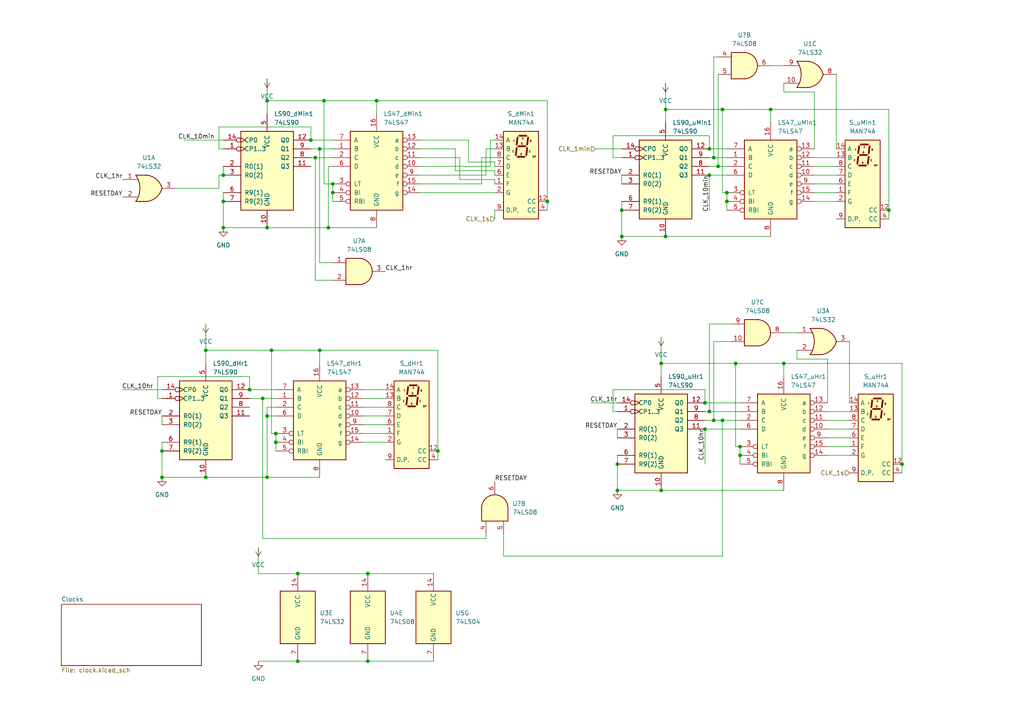
<source format=kicad_sch>
(kicad_sch (version 20211123) (generator eeschema)
  (paper "A4")
  (lib_symbols
    (symbol "74xx:74LS04"
      (property "Reference" "U" (at 0 1.27 0))
      (property "Value" "74LS04" (at 0 -1.27 0))
      (symbol "74LS04_1_0"
        (polyline (pts (xy -3.81 3.81) (xy -3.81 -3.81) (xy 3.81 0) (xy -3.81 3.81)) (stroke (width 0.254)) (fill (type background)))
        (pin input line (at -7.62 0 0) (length 3.81) (name "~") (number "1"))
        (pin output inverted (at 7.62 0 180) (length 3.81) (name "~") (number "2"))
      )
      (symbol "74LS04_2_0"
        (polyline (pts (xy -3.81 3.81) (xy -3.81 -3.81) (xy 3.81 0) (xy -3.81 3.81)) (stroke (width 0.254)) (fill (type background)))
        (pin input line (at -7.62 0 0) (length 3.81) (name "~") (number "3"))
        (pin output inverted (at 7.62 0 180) (length 3.81) (name "~") (number "4"))
      )
      (symbol "74LS04_3_0"
        (polyline (pts (xy -3.81 3.81) (xy -3.81 -3.81) (xy 3.81 0) (xy -3.81 3.81)) (stroke (width 0.254)) (fill (type background)))
        (pin input line (at -7.62 0 0) (length 3.81) (name "~") (number "5"))
        (pin output inverted (at 7.62 0 180) (length 3.81) (name "~") (number "6"))
      )
      (symbol "74LS04_4_0"
        (polyline (pts (xy -3.81 3.81) (xy -3.81 -3.81) (xy 3.81 0) (xy -3.81 3.81)) (stroke (width 0.254)) (fill (type background)))
        (pin output inverted (at 7.62 0 180) (length 3.81) (name "~") (number "8"))
        (pin input line (at -7.62 0 0) (length 3.81) (name "~") (number "9"))
      )
      (symbol "74LS04_5_0"
        (polyline (pts (xy -3.81 3.81) (xy -3.81 -3.81) (xy 3.81 0) (xy -3.81 3.81)) (stroke (width 0.254)) (fill (type background)))
        (pin output inverted (at 7.62 0 180) (length 3.81) (name "~") (number "10"))
        (pin input line (at -7.62 0 0) (length 3.81) (name "~") (number "11"))
      )
      (symbol "74LS04_6_0"
        (polyline (pts (xy -3.81 3.81) (xy -3.81 -3.81) (xy 3.81 0) (xy -3.81 3.81)) (stroke (width 0.254)) (fill (type background)))
        (pin output inverted (at 7.62 0 180) (length 3.81) (name "~") (number "12"))
        (pin input line (at -7.62 0 0) (length 3.81) (name "~") (number "13"))
      )
      (symbol "74LS04_7_0"
        (pin power_in line (at 0 12.7 270) (length 5.08) (name "VCC") (number "14"))
        (pin power_in line (at 0 -12.7 90) (length 5.08) (name "GND") (number "7"))
      )
      (symbol "74LS04_7_1"
        (rectangle (start -5.08 7.62) (end 5.08 -7.62) (stroke (width 0.254)) (fill (type background)))
      )
    )
    (symbol "74xx:74LS08" (pin_names (offset 1.016))
      (property "Reference" "U" (at 0 1.27 0))
      (property "Value" "74LS08" (at 0 -1.27 0))
      (symbol "74LS08_1_1"
        (arc (start 0 -3.81) (mid 3.81 0) (end 0 3.81) (stroke (width 0.254)) (fill (type background)))
        (polyline (pts (xy 0 3.81) (xy -3.81 3.81) (xy -3.81 -3.81) (xy 0 -3.81)) (stroke (width 0.254)) (fill (type background)))
        (pin input line (at -7.62 2.54 0) (length 3.81) (name "~") (number "1"))
        (pin input line (at -7.62 -2.54 0) (length 3.81) (name "~") (number "2"))
        (pin output line (at 7.62 0 180) (length 3.81) (name "~") (number "3"))
      )
      (symbol "74LS08_1_2"
        (arc (start -3.81 -3.81) (mid -2.589 0) (end -3.81 3.81) (stroke (width 0.254)))
        (arc (start -0.6096 -3.81) (mid 2.1842 -2.5851) (end 3.81 0) (stroke (width 0.254)) (fill (type background)))
        (polyline (pts (xy -3.81 -3.81) (xy -0.635 -3.81)) (stroke (width 0.254)) (fill (type background)))
        (polyline (pts (xy -3.81 3.81) (xy -0.635 3.81)) (stroke (width 0.254)) (fill (type background)))
        (polyline (pts (xy -0.635 3.81) (xy -3.81 3.81) (xy -3.81 3.81) (xy -3.556 3.4036) (xy -3.0226 2.2606) (xy -2.6924 1.0414) (xy -2.6162 -0.254) (xy -2.7686 -1.4986) (xy -3.175 -2.7178) (xy -3.81 -3.81) (xy -3.81 -3.81) (xy -0.635 -3.81)) (stroke (width -25.4)) (fill (type background)))
        (arc (start 3.81 0) (mid 2.1915 2.5936) (end -0.6096 3.81) (stroke (width 0.254)) (fill (type background)))
        (pin input inverted (at -7.62 2.54 0) (length 4.318) (name "~") (number "1"))
        (pin input inverted (at -7.62 -2.54 0) (length 4.318) (name "~") (number "2"))
        (pin output inverted (at 7.62 0 180) (length 3.81) (name "~") (number "3"))
      )
      (symbol "74LS08_2_1"
        (arc (start 0 -3.81) (mid 3.81 0) (end 0 3.81) (stroke (width 0.254)) (fill (type background)))
        (polyline (pts (xy 0 3.81) (xy -3.81 3.81) (xy -3.81 -3.81) (xy 0 -3.81)) (stroke (width 0.254)) (fill (type background)))
        (pin input line (at -7.62 2.54 0) (length 3.81) (name "~") (number "4"))
        (pin input line (at -7.62 -2.54 0) (length 3.81) (name "~") (number "5"))
        (pin output line (at 7.62 0 180) (length 3.81) (name "~") (number "6"))
      )
      (symbol "74LS08_2_2"
        (arc (start -3.81 -3.81) (mid -2.589 0) (end -3.81 3.81) (stroke (width 0.254)))
        (arc (start -0.6096 -3.81) (mid 2.1842 -2.5851) (end 3.81 0) (stroke (width 0.254)) (fill (type background)))
        (polyline (pts (xy -3.81 -3.81) (xy -0.635 -3.81)) (stroke (width 0.254)) (fill (type background)))
        (polyline (pts (xy -3.81 3.81) (xy -0.635 3.81)) (stroke (width 0.254)) (fill (type background)))
        (polyline (pts (xy -0.635 3.81) (xy -3.81 3.81) (xy -3.81 3.81) (xy -3.556 3.4036) (xy -3.0226 2.2606) (xy -2.6924 1.0414) (xy -2.6162 -0.254) (xy -2.7686 -1.4986) (xy -3.175 -2.7178) (xy -3.81 -3.81) (xy -3.81 -3.81) (xy -0.635 -3.81)) (stroke (width -25.4)) (fill (type background)))
        (arc (start 3.81 0) (mid 2.1915 2.5936) (end -0.6096 3.81) (stroke (width 0.254)) (fill (type background)))
        (pin input inverted (at -7.62 2.54 0) (length 4.318) (name "~") (number "4"))
        (pin input inverted (at -7.62 -2.54 0) (length 4.318) (name "~") (number "5"))
        (pin output inverted (at 7.62 0 180) (length 3.81) (name "~") (number "6"))
      )
      (symbol "74LS08_3_1"
        (arc (start 0 -3.81) (mid 3.81 0) (end 0 3.81) (stroke (width 0.254)) (fill (type background)))
        (polyline (pts (xy 0 3.81) (xy -3.81 3.81) (xy -3.81 -3.81) (xy 0 -3.81)) (stroke (width 0.254)) (fill (type background)))
        (pin input line (at -7.62 -2.54 0) (length 3.81) (name "~") (number "10"))
        (pin output line (at 7.62 0 180) (length 3.81) (name "~") (number "8"))
        (pin input line (at -7.62 2.54 0) (length 3.81) (name "~") (number "9"))
      )
      (symbol "74LS08_3_2"
        (arc (start -3.81 -3.81) (mid -2.589 0) (end -3.81 3.81) (stroke (width 0.254)))
        (arc (start -0.6096 -3.81) (mid 2.1842 -2.5851) (end 3.81 0) (stroke (width 0.254)) (fill (type background)))
        (polyline (pts (xy -3.81 -3.81) (xy -0.635 -3.81)) (stroke (width 0.254)) (fill (type background)))
        (polyline (pts (xy -3.81 3.81) (xy -0.635 3.81)) (stroke (width 0.254)) (fill (type background)))
        (polyline (pts (xy -0.635 3.81) (xy -3.81 3.81) (xy -3.81 3.81) (xy -3.556 3.4036) (xy -3.0226 2.2606) (xy -2.6924 1.0414) (xy -2.6162 -0.254) (xy -2.7686 -1.4986) (xy -3.175 -2.7178) (xy -3.81 -3.81) (xy -3.81 -3.81) (xy -0.635 -3.81)) (stroke (width -25.4)) (fill (type background)))
        (arc (start 3.81 0) (mid 2.1915 2.5936) (end -0.6096 3.81) (stroke (width 0.254)) (fill (type background)))
        (pin input inverted (at -7.62 -2.54 0) (length 4.318) (name "~") (number "10"))
        (pin output inverted (at 7.62 0 180) (length 3.81) (name "~") (number "8"))
        (pin input inverted (at -7.62 2.54 0) (length 4.318) (name "~") (number "9"))
      )
      (symbol "74LS08_4_1"
        (arc (start 0 -3.81) (mid 3.81 0) (end 0 3.81) (stroke (width 0.254)) (fill (type background)))
        (polyline (pts (xy 0 3.81) (xy -3.81 3.81) (xy -3.81 -3.81) (xy 0 -3.81)) (stroke (width 0.254)) (fill (type background)))
        (pin output line (at 7.62 0 180) (length 3.81) (name "~") (number "11"))
        (pin input line (at -7.62 2.54 0) (length 3.81) (name "~") (number "12"))
        (pin input line (at -7.62 -2.54 0) (length 3.81) (name "~") (number "13"))
      )
      (symbol "74LS08_4_2"
        (arc (start -3.81 -3.81) (mid -2.589 0) (end -3.81 3.81) (stroke (width 0.254)))
        (arc (start -0.6096 -3.81) (mid 2.1842 -2.5851) (end 3.81 0) (stroke (width 0.254)) (fill (type background)))
        (polyline (pts (xy -3.81 -3.81) (xy -0.635 -3.81)) (stroke (width 0.254)) (fill (type background)))
        (polyline (pts (xy -3.81 3.81) (xy -0.635 3.81)) (stroke (width 0.254)) (fill (type background)))
        (polyline (pts (xy -0.635 3.81) (xy -3.81 3.81) (xy -3.81 3.81) (xy -3.556 3.4036) (xy -3.0226 2.2606) (xy -2.6924 1.0414) (xy -2.6162 -0.254) (xy -2.7686 -1.4986) (xy -3.175 -2.7178) (xy -3.81 -3.81) (xy -3.81 -3.81) (xy -0.635 -3.81)) (stroke (width -25.4)) (fill (type background)))
        (arc (start 3.81 0) (mid 2.1915 2.5936) (end -0.6096 3.81) (stroke (width 0.254)) (fill (type background)))
        (pin output inverted (at 7.62 0 180) (length 3.81) (name "~") (number "11"))
        (pin input inverted (at -7.62 2.54 0) (length 4.318) (name "~") (number "12"))
        (pin input inverted (at -7.62 -2.54 0) (length 4.318) (name "~") (number "13"))
      )
      (symbol "74LS08_5_0"
        (pin power_in line (at 0 12.7 270) (length 5.08) (name "VCC") (number "14"))
        (pin power_in line (at 0 -12.7 90) (length 5.08) (name "GND") (number "7"))
      )
      (symbol "74LS08_5_1"
        (rectangle (start -5.08 7.62) (end 5.08 -7.62) (stroke (width 0.254)) (fill (type background)))
      )
    )
    (symbol "74xx:74LS32" (pin_names (offset 1.016))
      (property "Reference" "U" (at 0 1.27 0))
      (property "Value" "74LS32" (at 0 -1.27 0))
      (symbol "74LS32_1_1"
        (arc (start -3.81 -3.81) (mid -2.589 0) (end -3.81 3.81) (stroke (width 0.254)))
        (arc (start -0.6096 -3.81) (mid 2.1842 -2.5851) (end 3.81 0) (stroke (width 0.254)) (fill (type background)))
        (polyline (pts (xy -3.81 -3.81) (xy -0.635 -3.81)) (stroke (width 0.254)) (fill (type background)))
        (polyline (pts (xy -3.81 3.81) (xy -0.635 3.81)) (stroke (width 0.254)) (fill (type background)))
        (polyline (pts (xy -0.635 3.81) (xy -3.81 3.81) (xy -3.81 3.81) (xy -3.556 3.4036) (xy -3.0226 2.2606) (xy -2.6924 1.0414) (xy -2.6162 -0.254) (xy -2.7686 -1.4986) (xy -3.175 -2.7178) (xy -3.81 -3.81) (xy -3.81 -3.81) (xy -0.635 -3.81)) (stroke (width -25.4)) (fill (type background)))
        (arc (start 3.81 0) (mid 2.1915 2.5936) (end -0.6096 3.81) (stroke (width 0.254)) (fill (type background)))
        (pin input line (at -7.62 2.54 0) (length 4.318) (name "~") (number "1"))
        (pin input line (at -7.62 -2.54 0) (length 4.318) (name "~") (number "2"))
        (pin output line (at 7.62 0 180) (length 3.81) (name "~") (number "3"))
      )
      (symbol "74LS32_1_2"
        (arc (start 0 -3.81) (mid 3.81 0) (end 0 3.81) (stroke (width 0.254)) (fill (type background)))
        (polyline (pts (xy 0 3.81) (xy -3.81 3.81) (xy -3.81 -3.81) (xy 0 -3.81)) (stroke (width 0.254)) (fill (type background)))
        (pin input inverted (at -7.62 2.54 0) (length 3.81) (name "~") (number "1"))
        (pin input inverted (at -7.62 -2.54 0) (length 3.81) (name "~") (number "2"))
        (pin output inverted (at 7.62 0 180) (length 3.81) (name "~") (number "3"))
      )
      (symbol "74LS32_2_1"
        (arc (start -3.81 -3.81) (mid -2.589 0) (end -3.81 3.81) (stroke (width 0.254)))
        (arc (start -0.6096 -3.81) (mid 2.1842 -2.5851) (end 3.81 0) (stroke (width 0.254)) (fill (type background)))
        (polyline (pts (xy -3.81 -3.81) (xy -0.635 -3.81)) (stroke (width 0.254)) (fill (type background)))
        (polyline (pts (xy -3.81 3.81) (xy -0.635 3.81)) (stroke (width 0.254)) (fill (type background)))
        (polyline (pts (xy -0.635 3.81) (xy -3.81 3.81) (xy -3.81 3.81) (xy -3.556 3.4036) (xy -3.0226 2.2606) (xy -2.6924 1.0414) (xy -2.6162 -0.254) (xy -2.7686 -1.4986) (xy -3.175 -2.7178) (xy -3.81 -3.81) (xy -3.81 -3.81) (xy -0.635 -3.81)) (stroke (width -25.4)) (fill (type background)))
        (arc (start 3.81 0) (mid 2.1915 2.5936) (end -0.6096 3.81) (stroke (width 0.254)) (fill (type background)))
        (pin input line (at -7.62 2.54 0) (length 4.318) (name "~") (number "4"))
        (pin input line (at -7.62 -2.54 0) (length 4.318) (name "~") (number "5"))
        (pin output line (at 7.62 0 180) (length 3.81) (name "~") (number "6"))
      )
      (symbol "74LS32_2_2"
        (arc (start 0 -3.81) (mid 3.81 0) (end 0 3.81) (stroke (width 0.254)) (fill (type background)))
        (polyline (pts (xy 0 3.81) (xy -3.81 3.81) (xy -3.81 -3.81) (xy 0 -3.81)) (stroke (width 0.254)) (fill (type background)))
        (pin input inverted (at -7.62 2.54 0) (length 3.81) (name "~") (number "4"))
        (pin input inverted (at -7.62 -2.54 0) (length 3.81) (name "~") (number "5"))
        (pin output inverted (at 7.62 0 180) (length 3.81) (name "~") (number "6"))
      )
      (symbol "74LS32_3_1"
        (arc (start -3.81 -3.81) (mid -2.589 0) (end -3.81 3.81) (stroke (width 0.254)))
        (arc (start -0.6096 -3.81) (mid 2.1842 -2.5851) (end 3.81 0) (stroke (width 0.254)) (fill (type background)))
        (polyline (pts (xy -3.81 -3.81) (xy -0.635 -3.81)) (stroke (width 0.254)) (fill (type background)))
        (polyline (pts (xy -3.81 3.81) (xy -0.635 3.81)) (stroke (width 0.254)) (fill (type background)))
        (polyline (pts (xy -0.635 3.81) (xy -3.81 3.81) (xy -3.81 3.81) (xy -3.556 3.4036) (xy -3.0226 2.2606) (xy -2.6924 1.0414) (xy -2.6162 -0.254) (xy -2.7686 -1.4986) (xy -3.175 -2.7178) (xy -3.81 -3.81) (xy -3.81 -3.81) (xy -0.635 -3.81)) (stroke (width -25.4)) (fill (type background)))
        (arc (start 3.81 0) (mid 2.1915 2.5936) (end -0.6096 3.81) (stroke (width 0.254)) (fill (type background)))
        (pin input line (at -7.62 -2.54 0) (length 4.318) (name "~") (number "10"))
        (pin output line (at 7.62 0 180) (length 3.81) (name "~") (number "8"))
        (pin input line (at -7.62 2.54 0) (length 4.318) (name "~") (number "9"))
      )
      (symbol "74LS32_3_2"
        (arc (start 0 -3.81) (mid 3.81 0) (end 0 3.81) (stroke (width 0.254)) (fill (type background)))
        (polyline (pts (xy 0 3.81) (xy -3.81 3.81) (xy -3.81 -3.81) (xy 0 -3.81)) (stroke (width 0.254)) (fill (type background)))
        (pin input inverted (at -7.62 -2.54 0) (length 3.81) (name "~") (number "10"))
        (pin output inverted (at 7.62 0 180) (length 3.81) (name "~") (number "8"))
        (pin input inverted (at -7.62 2.54 0) (length 3.81) (name "~") (number "9"))
      )
      (symbol "74LS32_4_1"
        (arc (start -3.81 -3.81) (mid -2.589 0) (end -3.81 3.81) (stroke (width 0.254)))
        (arc (start -0.6096 -3.81) (mid 2.1842 -2.5851) (end 3.81 0) (stroke (width 0.254)) (fill (type background)))
        (polyline (pts (xy -3.81 -3.81) (xy -0.635 -3.81)) (stroke (width 0.254)) (fill (type background)))
        (polyline (pts (xy -3.81 3.81) (xy -0.635 3.81)) (stroke (width 0.254)) (fill (type background)))
        (polyline (pts (xy -0.635 3.81) (xy -3.81 3.81) (xy -3.81 3.81) (xy -3.556 3.4036) (xy -3.0226 2.2606) (xy -2.6924 1.0414) (xy -2.6162 -0.254) (xy -2.7686 -1.4986) (xy -3.175 -2.7178) (xy -3.81 -3.81) (xy -3.81 -3.81) (xy -0.635 -3.81)) (stroke (width -25.4)) (fill (type background)))
        (arc (start 3.81 0) (mid 2.1915 2.5936) (end -0.6096 3.81) (stroke (width 0.254)) (fill (type background)))
        (pin output line (at 7.62 0 180) (length 3.81) (name "~") (number "11"))
        (pin input line (at -7.62 2.54 0) (length 4.318) (name "~") (number "12"))
        (pin input line (at -7.62 -2.54 0) (length 4.318) (name "~") (number "13"))
      )
      (symbol "74LS32_4_2"
        (arc (start 0 -3.81) (mid 3.81 0) (end 0 3.81) (stroke (width 0.254)) (fill (type background)))
        (polyline (pts (xy 0 3.81) (xy -3.81 3.81) (xy -3.81 -3.81) (xy 0 -3.81)) (stroke (width 0.254)) (fill (type background)))
        (pin output inverted (at 7.62 0 180) (length 3.81) (name "~") (number "11"))
        (pin input inverted (at -7.62 2.54 0) (length 3.81) (name "~") (number "12"))
        (pin input inverted (at -7.62 -2.54 0) (length 3.81) (name "~") (number "13"))
      )
      (symbol "74LS32_5_0"
        (pin power_in line (at 0 12.7 270) (length 5.08) (name "VCC") (number "14"))
        (pin power_in line (at 0 -12.7 90) (length 5.08) (name "GND") (number "7"))
      )
      (symbol "74LS32_5_1"
        (rectangle (start -5.08 7.62) (end 5.08 -7.62) (stroke (width 0.254)) (fill (type background)))
      )
    )
    (symbol "74xx:74LS47" (pin_names (offset 1.016))
      (property "Reference" "U" (at -7.62 11.43 0))
      (property "Value" "74LS47" (at -7.62 -13.97 0))
      (symbol "74LS47_1_0"
        (pin input line (at -12.7 5.08 0) (length 5.08) (name "B") (number "1"))
        (pin open_collector inverted (at 12.7 0 180) (length 5.08) (name "d") (number "10"))
        (pin open_collector inverted (at 12.7 2.54 180) (length 5.08) (name "c") (number "11"))
        (pin open_collector inverted (at 12.7 5.08 180) (length 5.08) (name "b") (number "12"))
        (pin open_collector inverted (at 12.7 7.62 180) (length 5.08) (name "a") (number "13"))
        (pin open_collector inverted (at 12.7 -7.62 180) (length 5.08) (name "g") (number "14"))
        (pin open_collector inverted (at 12.7 -5.08 180) (length 5.08) (name "f") (number "15"))
        (pin power_in line (at 0 15.24 270) (length 5.08) (name "VCC") (number "16"))
        (pin input line (at -12.7 2.54 0) (length 5.08) (name "C") (number "2"))
        (pin input inverted (at -12.7 -5.08 0) (length 5.08) (name "LT") (number "3"))
        (pin input inverted (at -12.7 -7.62 0) (length 5.08) (name "BI") (number "4"))
        (pin input inverted (at -12.7 -10.16 0) (length 5.08) (name "RBI") (number "5"))
        (pin input line (at -12.7 0 0) (length 5.08) (name "D") (number "6"))
        (pin input line (at -12.7 7.62 0) (length 5.08) (name "A") (number "7"))
        (pin power_in line (at 0 -17.78 90) (length 5.08) (name "GND") (number "8"))
        (pin open_collector inverted (at 12.7 -2.54 180) (length 5.08) (name "e") (number "9"))
      )
      (symbol "74LS47_1_1"
        (rectangle (start -7.62 10.16) (end 7.62 -12.7) (stroke (width 0.254)) (fill (type background)))
      )
    )
    (symbol "74xx:74LS90" (pin_names (offset 1.016))
      (property "Reference" "U" (at -7.62 11.43 0))
      (property "Value" "74LS90" (at -7.62 -13.97 0))
      (symbol "74LS90_1_0"
        (pin input inverted_clock (at -12.7 5.08 0) (length 5.08) (name "CP1..3") (number "1"))
        (pin power_in line (at 0 -17.78 90) (length 5.08) (name "GND") (number "10"))
        (pin output line (at 12.7 0 180) (length 5.08) (name "Q3") (number "11"))
        (pin output line (at 12.7 7.62 180) (length 5.08) (name "Q0") (number "12"))
        (pin input inverted_clock (at -12.7 7.62 0) (length 5.08) (name "CP0") (number "14"))
        (pin input line (at -12.7 0 0) (length 5.08) (name "R0(1)") (number "2"))
        (pin input line (at -12.7 -2.54 0) (length 5.08) (name "R0(2)") (number "3"))
        (pin power_in line (at 0 15.24 270) (length 5.08) (name "VCC") (number "5"))
        (pin input line (at -12.7 -7.62 0) (length 5.08) (name "R9(1)") (number "6"))
        (pin input line (at -12.7 -10.16 0) (length 5.08) (name "R9(2)") (number "7"))
        (pin output line (at 12.7 2.54 180) (length 5.08) (name "Q2") (number "8"))
        (pin output line (at 12.7 5.08 180) (length 5.08) (name "Q1") (number "9"))
      )
      (symbol "74LS90_1_1"
        (rectangle (start -7.62 10.16) (end 7.62 -12.7) (stroke (width 0.254)) (fill (type background)))
      )
    )
    (symbol "Display_Character:MAN74A" (pin_names (offset 0.635))
      (property "Reference" "U" (at -2.54 13.97 0))
      (property "Value" "MAN74A" (at 2.794 -14.224 0))
      (symbol "MAN74A_0_0"
        (text "A" (at 0.508 10.668 0) (effects (font (size 0.508 0.508))))
        (text "B" (at 2.794 9.906 0) (effects (font (size 0.508 0.508))))
        (text "C" (at 2.54 6.858 0) (effects (font (size 0.508 0.508))))
        (text "D" (at 0 6.096 0) (effects (font (size 0.508 0.508))))
        (text "DP" (at 3.81 5.334 0) (effects (font (size 0.508 0.508))))
        (text "E" (at -2.286 6.858 0) (effects (font (size 0.508 0.508))))
        (text "F" (at -2.032 9.906 0) (effects (font (size 0.508 0.508))))
        (text "G" (at 0.254 9.144 0) (effects (font (size 0.508 0.508))))
      )
      (symbol "MAN74A_0_1"
        (rectangle (start -5.08 12.7) (end 5.08 -12.7) (stroke (width 0.254)) (fill (type background)))
        (polyline (pts (xy -1.27 7.874) (xy -1.524 5.842)) (stroke (width 0.508)))
        (polyline (pts (xy -1.016 5.334) (xy 1.016 5.334)) (stroke (width 0.508)))
        (polyline (pts (xy -1.016 10.922) (xy -1.27 8.89)) (stroke (width 0.508)))
        (polyline (pts (xy -0.762 8.382) (xy 1.27 8.382)) (stroke (width 0.508)))
        (polyline (pts (xy -0.508 11.43) (xy 1.524 11.43)) (stroke (width 0.508)))
        (polyline (pts (xy 1.778 7.874) (xy 1.524 5.842)) (stroke (width 0.508)))
        (polyline (pts (xy 2.032 10.922) (xy 1.778 8.89)) (stroke (width 0.508)))
        (polyline (pts (xy 2.794 5.334) (xy 2.794 5.334)) (stroke (width 0.508)))
      )
      (symbol "MAN74A_1_1"
        (pin input line (at -7.62 -2.54 0) (length 2.54) (name "F") (number "1"))
        (pin no_connect line (at 7.62 -2.54 180) (length 2.54) hide (name "NC") (number "10"))
        (pin no_connect line (at 7.62 -5.08 180) (length 2.54) hide (name "NC") (number "11"))
        (pin input line (at 7.62 -7.62 180) (length 2.54) (name "CC") (number "12"))
        (pin input line (at -7.62 7.62 0) (length 2.54) (name "B") (number "13"))
        (pin input line (at -7.62 10.16 0) (length 2.54) (name "A") (number "14"))
        (pin input line (at -7.62 -5.08 0) (length 2.54) (name "G") (number "2"))
        (pin no_connect line (at 7.62 2.54 180) (length 2.54) hide (name "NC") (number "3"))
        (pin input line (at 7.62 -10.16 180) (length 2.54) (name "CC") (number "4"))
        (pin no_connect line (at 7.62 0 180) (length 2.54) hide (name "NC") (number "5"))
        (pin input line (at -7.62 0 0) (length 2.54) (name "E") (number "6"))
        (pin input line (at -7.62 2.54 0) (length 2.54) (name "D") (number "7"))
        (pin input line (at -7.62 5.08 0) (length 2.54) (name "C") (number "8"))
        (pin input line (at -7.62 -10.16 0) (length 2.54) (name "D.P.") (number "9"))
      )
    )
    (symbol "power:GND" (power) (pin_names (offset 0))
      (property "Value" "GND" (at 0 -3.81 0))
      (symbol "GND_0_1"
        (polyline (pts (xy 0 0) (xy 0 -1.27) (xy 1.27 -1.27) (xy 0 -2.54) (xy -1.27 -1.27) (xy 0 -1.27)))
      )
      (symbol "GND_1_1"
        (pin power_in line (at 0 0 270) (length 0) hide (name "GND") (number "1"))
      )
    )
    (symbol "power:VCC" (power) (pin_names (offset 0))
      (property "Value" "VCC" (at 0 3.81 0))
      (symbol "VCC_0_1"
        (polyline (pts (xy -0.762 1.27) (xy 0 2.54)))
        (polyline (pts (xy 0 0) (xy 0 2.54)))
        (polyline (pts (xy 0 2.54) (xy 0.762 1.27)))
      )
      (symbol "VCC_1_1"
        (pin power_in line (at 0 0 90) (length 0) hide (name "VCC") (number "1"))
      )
    )
  )
  (junction (at 64.77 50.8))
  (junction (at 191.77 105.41))
  (junction (at 158.75 58.42))
  (junction (at 80.01 125.73))
  (junction (at 86.36 191.77))
  (junction (at 261.62 134.62))
  (junction (at 213.36 105.41))
  (junction (at 207.01 121.92))
  (junction (at 223.52 31.75))
  (junction (at 179.07 142.24))
  (junction (at 77.47 120.65))
  (junction (at 64.77 66.04))
  (junction (at 77.47 66.04))
  (junction (at 92.71 43.18))
  (junction (at 72.39 113.03))
  (junction (at 214.63 132.08))
  (junction (at 76.2 115.57))
  (junction (at 46.99 130.81))
  (junction (at 106.68 166.37))
  (junction (at 180.34 60.96))
  (junction (at 209.55 121.92))
  (junction (at 227.33 105.41))
  (junction (at 179.07 134.62))
  (junction (at 93.98 29.21))
  (junction (at 204.47 124.46))
  (junction (at 91.44 45.72))
  (junction (at 77.47 29.21))
  (junction (at 204.47 116.84))
  (junction (at 86.36 166.37))
  (junction (at 208.28 48.26))
  (junction (at 95.25 66.04))
  (junction (at 193.04 68.58))
  (junction (at 205.74 119.38))
  (junction (at 205.74 50.8))
  (junction (at 64.77 58.42))
  (junction (at 80.01 128.27))
  (junction (at 77.47 138.43))
  (junction (at 193.04 31.75))
  (junction (at 180.34 68.58))
  (junction (at 127 130.81))
  (junction (at 78.74 101.6))
  (junction (at 109.22 29.21))
  (junction (at 92.71 101.6))
  (junction (at 96.52 53.34))
  (junction (at 207.01 45.72))
  (junction (at 205.74 43.18))
  (junction (at 106.68 191.77))
  (junction (at 96.52 55.88))
  (junction (at 59.69 101.6))
  (junction (at 191.77 142.24))
  (junction (at 210.82 55.88))
  (junction (at 90.17 40.64))
  (junction (at 59.69 138.43))
  (junction (at 46.99 138.43))
  (junction (at 209.55 31.75))
  (junction (at 257.81 60.96))
  (junction (at 210.82 58.42))
  (junction (at 214.63 129.54))
  (wire (pts (xy 63.5 50.8) (xy 64.77 50.8)))
  (wire (pts (xy 191.77 142.24) (xy 179.07 142.24)))
  (wire (pts (xy 78.74 125.73) (xy 80.01 125.73)))
  (wire (pts (xy 96.52 55.88) (xy 96.52 53.34)))
  (wire (pts (xy 143.51 60.96) (xy 143.51 63.5)))
  (wire (pts (xy 127 130.81) (xy 127 101.6)))
  (wire (pts (xy 223.52 31.75) (xy 223.52 35.56)))
  (wire (pts (xy 64.77 55.88) (xy 64.77 58.42)))
  (wire (pts (xy 80.01 118.11) (xy 77.47 118.11)))
  (wire (pts (xy 209.55 31.75) (xy 209.55 55.88)))
  (wire (pts (xy 72.39 113.03) (xy 80.01 113.03)))
  (wire (pts (xy 261.62 134.62) (xy 261.62 137.16)))
  (wire (pts (xy 80.01 128.27) (xy 80.01 130.81)))
  (wire (pts (xy 214.63 129.54) (xy 214.63 132.08)))
  (wire (pts (xy 180.34 68.58) (xy 180.34 60.96)))
  (wire (pts (xy 193.04 68.58) (xy 180.34 68.58)))
  (wire (pts (xy 80.01 125.73) (xy 80.01 128.27)))
  (wire (pts (xy 106.68 166.37) (xy 125.73 166.37)))
  (wire (pts (xy 205.74 50.8) (xy 205.74 60.96)))
  (wire (pts (xy 92.71 43.18) (xy 96.52 43.18)))
  (wire (pts (xy 77.47 66.04) (xy 95.25 66.04)))
  (wire (pts (xy 205.74 93.98) (xy 212.09 93.98)))
  (wire (pts (xy 105.41 125.73) (xy 111.76 125.73)))
  (wire (pts (xy 172.72 43.18) (xy 180.34 43.18)))
  (wire (pts (xy 213.36 129.54) (xy 213.36 105.41)))
  (wire (pts (xy 236.22 50.8) (xy 242.57 50.8)))
  (wire (pts (xy 240.03 119.38) (xy 246.38 119.38)))
  (wire (pts (xy 78.74 101.6) (xy 78.74 125.73)))
  (wire (pts (xy 121.92 50.8) (xy 140.97 50.8)))
  (wire (pts (xy 142.24 40.64) (xy 143.51 40.64)))
  (wire (pts (xy 105.41 113.03) (xy 111.76 113.03)))
  (wire (pts (xy 127 130.81) (xy 127 133.35)))
  (wire (pts (xy 236.22 26.67) (xy 227.33 26.67)))
  (wire (pts (xy 59.69 138.43) (xy 46.99 138.43)))
  (wire (pts (xy 74.93 166.37) (xy 86.36 166.37)))
  (wire (pts (xy 63.5 36.83) (xy 90.17 36.83)))
  (wire (pts (xy 106.68 191.77) (xy 125.73 191.77)))
  (wire (pts (xy 92.71 101.6) (xy 127 101.6)))
  (wire (pts (xy 209.55 31.75) (xy 223.52 31.75)))
  (wire (pts (xy 78.74 101.6) (xy 92.71 101.6)))
  (wire (pts (xy 193.04 68.58) (xy 223.52 68.58)))
  (wire (pts (xy 92.71 101.6) (xy 92.71 105.41)))
  (wire (pts (xy 143.51 46.99) (xy 143.51 48.26)))
  (wire (pts (xy 45.72 109.22) (xy 72.39 109.22)))
  (wire (pts (xy 72.39 115.57) (xy 76.2 115.57)))
  (wire (pts (xy 142.24 48.26) (xy 142.24 40.64)))
  (wire (pts (xy 90.17 45.72) (xy 91.44 45.72)))
  (wire (pts (xy 205.74 39.37) (xy 205.74 43.18)))
  (wire (pts (xy 121.92 55.88) (xy 143.51 55.88)))
  (wire (pts (xy 64.77 58.42) (xy 64.77 66.04)))
  (wire (pts (xy 77.47 29.21) (xy 93.98 29.21)))
  (wire (pts (xy 177.8 39.37) (xy 205.74 39.37)))
  (wire (pts (xy 63.5 36.83) (xy 63.5 43.18)))
  (wire (pts (xy 191.77 142.24) (xy 227.33 142.24)))
  (wire (pts (xy 95.25 66.04) (xy 109.22 66.04)))
  (wire (pts (xy 213.36 105.41) (xy 227.33 105.41)))
  (wire (pts (xy 105.41 115.57) (xy 111.76 115.57)))
  (wire (pts (xy 207.01 45.72) (xy 210.82 45.72)))
  (wire (pts (xy 86.36 166.37) (xy 106.68 166.37)))
  (wire (pts (xy 227.33 105.41) (xy 227.33 109.22)))
  (wire (pts (xy 96.52 53.34) (xy 93.98 53.34)))
  (wire (pts (xy 236.22 55.88) (xy 242.57 55.88)))
  (wire (pts (xy 191.77 105.41) (xy 213.36 105.41)))
  (wire (pts (xy 179.07 132.08) (xy 179.07 134.62)))
  (wire (pts (xy 180.34 50.8) (xy 180.34 53.34)))
  (wire (pts (xy 74.93 191.77) (xy 86.36 191.77)))
  (wire (pts (xy 240.03 127) (xy 246.38 127)))
  (wire (pts (xy 140.97 154.94) (xy 140.97 156.21)))
  (wire (pts (xy 90.17 43.18) (xy 92.71 43.18)))
  (wire (pts (xy 121.92 53.34) (xy 139.7 53.34)))
  (wire (pts (xy 209.55 161.29) (xy 209.55 121.92)))
  (wire (pts (xy 240.03 104.14) (xy 231.14 104.14)))
  (wire (pts (xy 121.92 48.26) (xy 142.24 48.26)))
  (wire (pts (xy 236.22 53.34) (xy 242.57 53.34)))
  (wire (pts (xy 208.28 48.26) (xy 210.82 48.26)))
  (wire (pts (xy 132.08 43.18) (xy 132.08 49.53)))
  (wire (pts (xy 257.81 60.96) (xy 257.81 63.5)))
  (wire (pts (xy 77.47 33.02) (xy 77.47 29.21)))
  (wire (pts (xy 204.47 124.46) (xy 204.47 134.62)))
  (wire (pts (xy 205.74 119.38) (xy 214.63 119.38)))
  (wire (pts (xy 139.7 45.72) (xy 143.51 45.72)))
  (wire (pts (xy 90.17 40.64) (xy 96.52 40.64)))
  (wire (pts (xy 135.89 46.99) (xy 143.51 46.99)))
  (wire (pts (xy 179.07 124.46) (xy 179.07 127)))
  (wire (pts (xy 236.22 58.42) (xy 242.57 58.42)))
  (wire (pts (xy 205.74 50.8) (xy 210.82 50.8)))
  (wire (pts (xy 177.8 39.37) (xy 177.8 45.72)))
  (wire (pts (xy 177.8 113.03) (xy 177.8 119.38)))
  (wire (pts (xy 105.41 118.11) (xy 111.76 118.11)))
  (wire (pts (xy 50.8 54.61) (xy 63.5 54.61)))
  (wire (pts (xy 59.69 93.98) (xy 59.69 101.6)))
  (wire (pts (xy 132.08 49.53) (xy 143.51 49.53)))
  (wire (pts (xy 90.17 36.83) (xy 90.17 40.64)))
  (wire (pts (xy 63.5 50.8) (xy 63.5 54.61)))
  (wire (pts (xy 95.25 48.26) (xy 95.25 66.04)))
  (wire (pts (xy 77.47 138.43) (xy 92.71 138.43)))
  (wire (pts (xy 105.41 120.65) (xy 111.76 120.65)))
  (wire (pts (xy 74.93 158.75) (xy 74.93 166.37)))
  (wire (pts (xy 121.92 40.64) (xy 135.89 40.64)))
  (wire (pts (xy 240.03 104.14) (xy 240.03 116.84)))
  (wire (pts (xy 261.62 134.62) (xy 261.62 105.41)))
  (wire (pts (xy 158.75 58.42) (xy 158.75 60.96)))
  (wire (pts (xy 207.01 16.51) (xy 208.28 16.51)))
  (wire (pts (xy 236.22 48.26) (xy 242.57 48.26)))
  (wire (pts (xy 143.51 52.07) (xy 143.51 53.34)))
  (wire (pts (xy 223.52 31.75) (xy 257.81 31.75)))
  (wire (pts (xy 204.47 124.46) (xy 214.63 124.46)))
  (wire (pts (xy 207.01 99.06) (xy 207.01 121.92)))
  (wire (pts (xy 91.44 81.28) (xy 96.52 81.28)))
  (wire (pts (xy 191.77 97.79) (xy 191.77 105.41)))
  (wire (pts (xy 45.72 109.22) (xy 45.72 115.57)))
  (wire (pts (xy 93.98 53.34) (xy 93.98 29.21)))
  (wire (pts (xy 35.56 113.03) (xy 46.99 113.03)))
  (wire (pts (xy 140.97 43.18) (xy 143.51 43.18)))
  (wire (pts (xy 46.99 130.81) (xy 46.99 138.43)))
  (wire (pts (xy 53.34 40.64) (xy 64.77 40.64)))
  (wire (pts (xy 109.22 29.21) (xy 109.22 33.02)))
  (wire (pts (xy 121.92 45.72) (xy 133.35 45.72)))
  (wire (pts (xy 236.22 26.67) (xy 236.22 43.18)))
  (wire (pts (xy 77.47 22.86) (xy 77.47 29.21)))
  (wire (pts (xy 246.38 99.06) (xy 246.38 116.84)))
  (wire (pts (xy 236.22 45.72) (xy 242.57 45.72)))
  (wire (pts (xy 240.03 132.08) (xy 246.38 132.08)))
  (wire (pts (xy 109.22 29.21) (xy 158.75 29.21)))
  (wire (pts (xy 46.99 120.65) (xy 46.99 123.19)))
  (wire (pts (xy 204.47 121.92) (xy 207.01 121.92)))
  (wire (pts (xy 210.82 58.42) (xy 210.82 60.96)))
  (wire (pts (xy 121.92 43.18) (xy 132.08 43.18)))
  (wire (pts (xy 205.74 43.18) (xy 210.82 43.18)))
  (wire (pts (xy 204.47 119.38) (xy 205.74 119.38)))
  (wire (pts (xy 93.98 29.21) (xy 109.22 29.21)))
  (wire (pts (xy 140.97 50.8) (xy 140.97 43.18)))
  (wire (pts (xy 133.35 45.72) (xy 133.35 52.07)))
  (wire (pts (xy 205.74 45.72) (xy 207.01 45.72)))
  (wire (pts (xy 76.2 156.21) (xy 140.97 156.21)))
  (wire (pts (xy 205.74 48.26) (xy 208.28 48.26)))
  (wire (pts (xy 91.44 45.72) (xy 96.52 45.72)))
  (wire (pts (xy 105.41 123.19) (xy 111.76 123.19)))
  (wire (pts (xy 240.03 124.46) (xy 246.38 124.46)))
  (wire (pts (xy 204.47 116.84) (xy 214.63 116.84)))
  (wire (pts (xy 209.55 55.88) (xy 210.82 55.88)))
  (wire (pts (xy 214.63 132.08) (xy 214.63 134.62)))
  (wire (pts (xy 76.2 156.21) (xy 76.2 115.57)))
  (wire (pts (xy 207.01 16.51) (xy 207.01 45.72)))
  (wire (pts (xy 210.82 55.88) (xy 210.82 58.42)))
  (wire (pts (xy 180.34 58.42) (xy 180.34 60.96)))
  (wire (pts (xy 146.05 161.29) (xy 146.05 154.94)))
  (wire (pts (xy 179.07 142.24) (xy 179.07 134.62)))
  (wire (pts (xy 80.01 120.65) (xy 77.47 120.65)))
  (wire (pts (xy 240.03 129.54) (xy 246.38 129.54)))
  (wire (pts (xy 193.04 31.75) (xy 209.55 31.75)))
  (wire (pts (xy 92.71 43.18) (xy 92.71 76.2)))
  (wire (pts (xy 177.8 45.72) (xy 180.34 45.72)))
  (wire (pts (xy 207.01 99.06) (xy 212.09 99.06)))
  (wire (pts (xy 207.01 121.92) (xy 209.55 121.92)))
  (wire (pts (xy 205.74 93.98) (xy 205.74 119.38)))
  (wire (pts (xy 77.47 118.11) (xy 77.47 120.65)))
  (wire (pts (xy 46.99 128.27) (xy 46.99 130.81)))
  (wire (pts (xy 72.39 109.22) (xy 72.39 113.03)))
  (wire (pts (xy 227.33 96.52) (xy 231.14 96.52)))
  (wire (pts (xy 63.5 43.18) (xy 64.77 43.18)))
  (wire (pts (xy 231.14 101.6) (xy 231.14 104.14)))
  (wire (pts (xy 77.47 66.04) (xy 64.77 66.04)))
  (wire (pts (xy 139.7 53.34) (xy 139.7 45.72)))
  (wire (pts (xy 135.89 40.64) (xy 135.89 46.99)))
  (wire (pts (xy 59.69 105.41) (xy 59.69 101.6)))
  (wire (pts (xy 171.45 116.84) (xy 179.07 116.84)))
  (wire (pts (xy 45.72 115.57) (xy 46.99 115.57)))
  (wire (pts (xy 59.69 101.6) (xy 78.74 101.6)))
  (wire (pts (xy 105.41 128.27) (xy 111.76 128.27)))
  (wire (pts (xy 257.81 60.96) (xy 257.81 31.75)))
  (wire (pts (xy 227.33 24.13) (xy 227.33 26.67)))
  (wire (pts (xy 177.8 113.03) (xy 204.47 113.03)))
  (wire (pts (xy 133.35 52.07) (xy 143.51 52.07)))
  (wire (pts (xy 77.47 120.65) (xy 77.47 138.43)))
  (wire (pts (xy 96.52 48.26) (xy 95.25 48.26)))
  (wire (pts (xy 191.77 105.41) (xy 191.77 109.22)))
  (wire (pts (xy 209.55 161.29) (xy 146.05 161.29)))
  (wire (pts (xy 193.04 24.13) (xy 193.04 31.75)))
  (wire (pts (xy 193.04 35.56) (xy 193.04 31.75)))
  (wire (pts (xy 227.33 105.41) (xy 261.62 105.41)))
  (wire (pts (xy 242.57 21.59) (xy 242.57 43.18)))
  (wire (pts (xy 76.2 115.57) (xy 80.01 115.57)))
  (wire (pts (xy 59.69 138.43) (xy 77.47 138.43)))
  (wire (pts (xy 213.36 129.54) (xy 214.63 129.54)))
  (wire (pts (xy 208.28 21.59) (xy 208.28 48.26)))
  (wire (pts (xy 86.36 191.77) (xy 106.68 191.77)))
  (wire (pts (xy 158.75 58.42) (xy 158.75 29.21)))
  (wire (pts (xy 92.71 76.2) (xy 96.52 76.2)))
  (wire (pts (xy 240.03 121.92) (xy 246.38 121.92)))
  (wire (pts (xy 64.77 50.8) (xy 64.77 48.26)))
  (wire (pts (xy 177.8 119.38) (xy 179.07 119.38)))
  (wire (pts (xy 204.47 113.03) (xy 204.47 116.84)))
  (wire (pts (xy 143.51 49.53) (xy 143.51 50.8)))
  (wire (pts (xy 223.52 19.05) (xy 227.33 19.05)))
  (wire (pts (xy 96.52 58.42) (xy 96.52 55.88)))
  (wire (pts (xy 209.55 121.92) (xy 214.63 121.92)))
  (wire (pts (xy 91.44 45.72) (xy 91.44 81.28)))
  (label "RESETDAY" (at 35.56 57.15 180))
  (label "CLK_10hr" (at 204.47 124.46 270))
  (label "CLK_10min" (at 62.23 40.64 180))
  (label "CLK_1hr" (at 179.07 116.84 180))
  (label "RESETDAY" (at 179.07 124.46 180))
  (label "CLK_10min" (at 205.74 50.8 270))
  (label "RESETDAY" (at 143.51 139.7 0))
  (label "CLK_1hr" (at 111.76 78.74 0))
  (label "RESETDAY" (at 46.99 120.65 180))
  (label "CLK_1hr" (at 35.56 52.07 180))
  (label "RESETDAY" (at 180.34 50.809 180))
  (label "CLK_10hr" (at 44.45 113.03 180))
  (hierarchical_label "CLK_1min" (shape input) (at 172.72 43.18 180))
  (hierarchical_label "CLK_1s" (shape input) (at 143.51 63.5 180))
  (hierarchical_label "CLK_1s" (shape input) (at 246.38 137.16 180))
  (symbol (lib_id "74xx:74LS32") (at 86.36 179.07 0) (unit 5)
    (property "Reference" "U3" (at 92.71 177.7999 0) (effects (justify left)))
    (property "Value" "74LS32" (at 92.71 180.3399 0) (effects (justify left)))
    (property "Datasheet" "http://www.ti.com/lit/gpn/sn74LS32" (effects hide))
  )
  (symbol (lib_id "74xx:74LS32") (at 43.18 54.61 0) (unit 1)
    (property "Reference" "U1" (at 43.18 45.72 0))
    (property "Value" "74LS32" (at 43.18 48.26 0))
    (property "Datasheet" "http://www.ti.com/lit/gpn/sn74LS32" (effects hide))
  )
  (symbol (lib_id "74xx:74LS90") (at 193.04 50.8 0) (unit 1)
    (property "Reference" "LS90_uMin1" (at 195.0594 35.56 0) (effects (justify left)))
    (property "Value" "74LS90" (at 195.0594 38.1 0) (effects (justify left)))
    (property "Footprint" "TTL:SN74LS90N" (effects hide))
    (property "Datasheet" "http://www.ti.com/lit/gpn/sn74LS90" (effects hide))
  )
  (symbol (lib_id "74xx:74LS47") (at 223.52 50.8 0) (unit 1)
    (property "Reference" "LS47_uMin1" (at 225.5394 35.56 0) (effects (justify left)))
    (property "Value" "74LS47" (at 225.5394 38.1 0) (effects (justify left)))
    (property "Footprint" "TTL:SN74LS47N" (effects hide))
    (property "Datasheet" "http://www.ti.com/lit/gpn/sn74LS47" (effects hide))
  )
  (symbol (lib_id "power:GND") (at 46.99 138.43 0) (unit 1)
    (property "Reference" "#PWR01" (effects hide))
    (property "Value" "GND" (at 46.99 143.51 0))
  )
  (symbol (lib_id "power:VCC") (at 74.93 158.75 180) (unit 1)
    (property "Reference" "#PWR?" (effects hide))
    (property "Value" "VCC" (at 74.93 163.83 0))
  )
  (symbol (lib_id "74xx:74LS47") (at 92.71 120.65 0) (unit 1)
    (property "Reference" "LS47_dHr1" (at 94.7294 105.41 0) (effects (justify left)))
    (property "Value" "74LS47" (at 94.7294 107.95 0) (effects (justify left)))
    (property "Footprint" "TTL:SN74LS47N" (effects hide))
    (property "Datasheet" "http://www.ti.com/lit/gpn/sn74LS47" (effects hide))
  )
  (symbol (lib_id "74xx:74LS90") (at 77.47 48.26 0) (unit 1)
    (property "Reference" "LS90_dMin1" (at 79.4894 33.02 0) (effects (justify left)))
    (property "Value" "74LS90" (at 79.4894 35.56 0) (effects (justify left)))
    (property "Footprint" "TTL:SN74LS90N" (effects hide))
    (property "Datasheet" "http://www.ti.com/lit/gpn/sn74LS90" (effects hide))
  )
  (symbol (lib_id "power:GND") (at 180.34 68.58 0) (unit 1)
    (property "Reference" "#PWR05" (effects hide))
    (property "Value" "GND" (at 180.34 73.66 0))
  )
  (symbol (lib_id "74xx:74LS47") (at 227.33 124.46 0) (unit 1)
    (property "Reference" "LS47_uHr1" (at 229.3494 109.22 0) (effects (justify left)))
    (property "Value" "74LS47" (at 229.3494 111.76 0) (effects (justify left)))
    (property "Footprint" "TTL:SN74LS47N" (effects hide))
    (property "Datasheet" "http://www.ti.com/lit/gpn/sn74LS47" (effects hide))
  )
  (symbol (lib_id "power:GND") (at 64.77 66.04 0) (unit 1)
    (property "Reference" "#PWR02" (effects hide))
    (property "Value" "GND" (at 64.77 71.12 0))
  )
  (symbol (lib_id "Display_Character:MAN74A") (at 250.19 53.34 0) (unit 1)
    (property "Reference" "S_uMin1" (at 250.19 35.56 0))
    (property "Value" "MAN74A" (at 250.19 38.1 0))
    (property "Footprint" "Display_7Segment:MAN71A" (effects hide))
    (property "Datasheet" "https://www.digchip.com/datasheets/parts/datasheet/161/MAN3640A-pdf.php" (effects hide))
  )
  (symbol (lib_id "74xx:74LS32") (at 234.95 21.59 0) (unit 3)
    (property "Reference" "U1" (at 234.95 12.7 0))
    (property "Value" "74LS32" (at 234.95 15.24 0))
    (property "Datasheet" "http://www.ti.com/lit/gpn/sn74LS32" (effects hide))
  )
  (symbol (lib_id "74xx:74LS04") (at 125.73 179.07 0) (unit 7)
    (property "Reference" "U5" (at 132.08 177.7999 0) (effects (justify left)))
    (property "Value" "74LS04" (at 132.08 180.3399 0) (effects (justify left)))
    (property "Datasheet" "http://www.ti.com/lit/gpn/sn74LS04" (effects hide))
  )
  (symbol (lib_id "74xx:74LS90") (at 59.69 120.65 0) (unit 1)
    (property "Reference" "LS90_dHr1" (at 61.7094 105.41 0) (effects (justify left)))
    (property "Value" "74LS90" (at 61.7094 107.95 0) (effects (justify left)))
    (property "Footprint" "TTL:SN74LS90N" (effects hide))
    (property "Datasheet" "http://www.ti.com/lit/gpn/sn74LS90" (effects hide))
  )
  (symbol (lib_id "74xx:74LS08") (at 106.68 179.07 0) (unit 5)
    (property "Reference" "U4" (at 113.03 177.7999 0) (effects (justify left)))
    (property "Value" "74LS08" (at 113.03 180.3399 0) (effects (justify left)))
    (property "Datasheet" "http://www.ti.com/lit/gpn/sn74LS08" (effects hide))
  )
  (symbol (lib_id "74xx:74LS32") (at 238.76 99.06 0) (unit 1)
    (property "Reference" "U3" (at 238.76 90.17 0))
    (property "Value" "74LS32" (at 238.76 92.71 0))
    (property "Datasheet" "http://www.ti.com/lit/gpn/sn74LS32" (effects hide))
  )
  (symbol (lib_id "74xx:74LS08") (at 143.51 147.32 90) (unit 2)
    (property "Reference" "U?" (at 148.59 146.0499 90) (effects (justify right)))
    (property "Value" "74LS08" (at 148.59 148.5899 90) (effects (justify right)))
    (property "Datasheet" "http://www.ti.com/lit/gpn/sn74LS08" (effects hide))
  )
  (symbol (lib_id "Display_Character:MAN74A") (at 151.13 50.8 0) (unit 1)
    (property "Reference" "S_dMin1" (at 151.13 33.02 0))
    (property "Value" "MAN74A" (at 151.13 35.56 0))
    (property "Footprint" "Display_7Segment:MAN71A" (effects hide))
    (property "Datasheet" "https://www.digchip.com/datasheets/parts/datasheet/161/MAN3640A-pdf.php" (effects hide))
  )
  (symbol (lib_id "74xx:74LS08") (at 219.71 96.52 0) (unit 3)
    (property "Reference" "U?" (at 219.71 87.63 0))
    (property "Value" "74LS08" (at 219.71 90.17 0))
    (property "Datasheet" "http://www.ti.com/lit/gpn/sn74LS08" (effects hide))
  )
  (symbol (lib_id "power:GND") (at 179.07 142.24 0) (unit 1)
    (property "Reference" "#PWR04" (effects hide))
    (property "Value" "GND" (at 179.07 147.32 0))
  )
  (symbol (lib_id "74xx:74LS47") (at 109.22 48.26 0) (unit 1)
    (property "Reference" "LS47_dMin1" (at 111.2394 33.02 0) (effects (justify left)))
    (property "Value" "74LS47" (at 111.2394 35.56 0) (effects (justify left)))
    (property "Footprint" "TTL:SN74LS47N" (effects hide))
    (property "Datasheet" "http://www.ti.com/lit/gpn/sn74LS47" (effects hide))
  )
  (symbol (lib_id "74xx:74LS08") (at 215.9 19.05 0) (unit 2)
    (property "Reference" "U?" (at 215.9 10.16 0))
    (property "Value" "74LS08" (at 215.9 12.7 0))
    (property "Datasheet" "http://www.ti.com/lit/gpn/sn74LS08" (effects hide))
  )
  (symbol (lib_id "power:VCC") (at 59.69 93.98 180) (unit 1)
    (property "Reference" "#PWR?" (effects hide))
    (property "Value" "VCC" (at 59.69 99.06 0))
  )
  (symbol (lib_id "Display_Character:MAN74A") (at 254 127 0) (unit 1)
    (property "Reference" "S_uHr1" (at 254 109.22 0))
    (property "Value" "MAN74A" (at 254 111.76 0))
    (property "Footprint" "Display_7Segment:MAN71A" (effects hide))
    (property "Datasheet" "https://www.digchip.com/datasheets/parts/datasheet/161/MAN3640A-pdf.php" (effects hide))
  )
  (symbol (lib_id "power:VCC") (at 77.47 22.86 180) (unit 1)
    (property "Reference" "#PWR?" (effects hide))
    (property "Value" "VCC" (at 77.47 27.94 0))
  )
  (symbol (lib_id "74xx:74LS90") (at 191.77 124.46 0) (unit 1)
    (property "Reference" "LS90_uHr1" (at 193.7894 109.22 0) (effects (justify left)))
    (property "Value" "74LS90" (at 193.7894 111.76 0) (effects (justify left)))
    (property "Footprint" "TTL:SN74LS90N" (effects hide))
    (property "Datasheet" "http://www.ti.com/lit/gpn/sn74LS90" (effects hide))
  )
  (symbol (lib_id "74xx:74LS08") (at 104.14 78.74 0) (unit 1)
    (property "Reference" "U?" (at 104.14 69.85 0))
    (property "Value" "74LS08" (at 104.14 72.39 0))
    (property "Datasheet" "http://www.ti.com/lit/gpn/sn74LS08" (effects hide))
  )
  (symbol (lib_id "power:VCC") (at 191.77 97.79 180) (unit 1)
    (property "Reference" "#PWR?" (effects hide))
    (property "Value" "VCC" (at 191.77 102.87 0))
  )
  (symbol (lib_id "power:GND") (at 74.93 191.77 0) (unit 1)
    (property "Reference" "#PWR03" (effects hide))
    (property "Value" "GND" (at 74.93 196.85 0))
  )
  (symbol (lib_id "power:VCC") (at 193.04 24.13 180) (unit 1)
    (property "Reference" "#PWR?" (effects hide))
    (property "Value" "VCC" (at 193.04 29.21 0))
  )
  (symbol (lib_id "Display_Character:MAN74A") (at 119.38 123.19 0) (unit 1)
    (property "Reference" "S_dHr1" (at 119.38 105.41 0))
    (property "Value" "MAN74A" (at 119.38 107.95 0))
    (property "Footprint" "Display_7Segment:MAN71A" (effects hide))
    (property "Datasheet" "https://www.digchip.com/datasheets/parts/datasheet/161/MAN3640A-pdf.php" (effects hide))
  )
  (sheet (at 17.78 175.26) (size 40.64 17.78) (stroke (width 0.1524))
    (property "Sheet name" "Clocks" (at 17.78 174.5484 0) (effects (justify left bottom)))
    (property "Sheet file" "clock.kicad_sch" (at 17.78 193.6246 0) (effects (justify left top)))
  )
)
</source>
